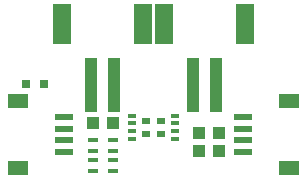
<source format=gbr>
G04 EAGLE Gerber RS-274X export*
G75*
%MOMM*%
%FSLAX34Y34*%
%LPD*%
%INSolderpaste Top*%
%IPPOS*%
%AMOC8*
5,1,8,0,0,1.08239X$1,22.5*%
G01*
%ADD10R,1.075000X1.000000*%
%ADD11R,0.900000X0.450000*%
%ADD12R,1.550000X0.600000*%
%ADD13R,1.800000X1.200000*%
%ADD14R,0.800000X0.800000*%
%ADD15R,0.700000X0.350000*%
%ADD16R,0.800000X0.600000*%
%ADD17R,1.000000X4.600000*%
%ADD18R,1.600000X3.400000*%


D10*
X92320Y99060D03*
X75320Y99060D03*
D11*
X75320Y58120D03*
X92320Y58120D03*
X75320Y67120D03*
X75320Y75120D03*
X75320Y84120D03*
X92320Y84120D03*
X92320Y67120D03*
X92320Y75120D03*
D12*
X202825Y83900D03*
X202825Y93900D03*
X202825Y73900D03*
X202825Y103900D03*
D13*
X241825Y60900D03*
X241825Y116900D03*
D12*
X51175Y93900D03*
X51175Y83900D03*
X51175Y103900D03*
X51175Y73900D03*
D13*
X12175Y116900D03*
X12175Y60900D03*
D14*
X34170Y132080D03*
X19170Y132080D03*
D15*
X109000Y105000D03*
X109000Y98500D03*
X109000Y92000D03*
X109000Y85500D03*
X145000Y85500D03*
X145000Y92000D03*
X145000Y98500D03*
X145000Y105000D03*
D16*
X121000Y100250D03*
X133000Y100250D03*
X133000Y89250D03*
X121000Y89250D03*
D17*
X160180Y130640D03*
X180180Y130640D03*
D18*
X136180Y182640D03*
X204180Y182640D03*
D17*
X73820Y130640D03*
X93820Y130640D03*
D18*
X49820Y182640D03*
X117820Y182640D03*
D10*
X165490Y90170D03*
X182490Y90170D03*
X165490Y74930D03*
X182490Y74930D03*
M02*

</source>
